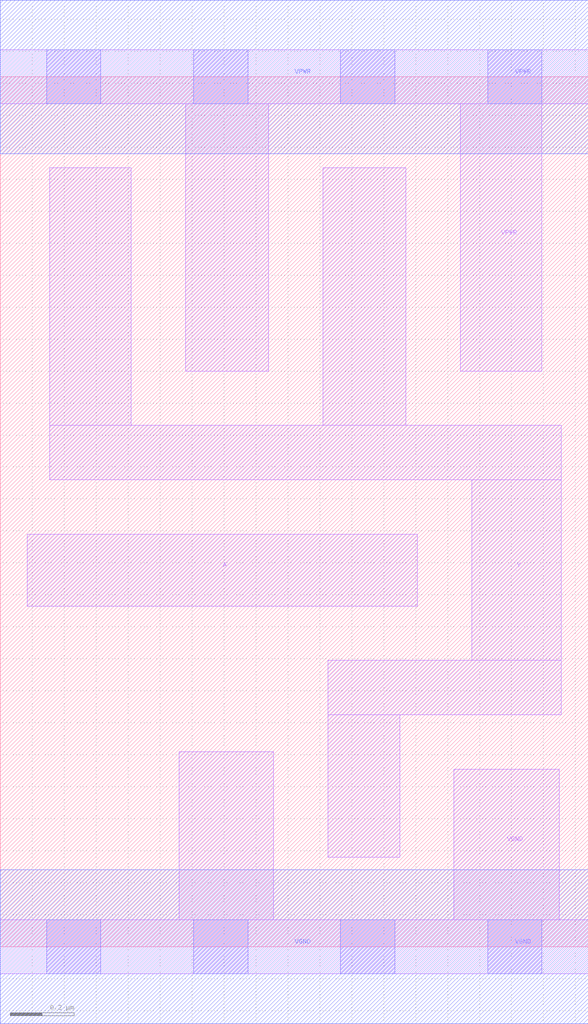
<source format=lef>
# Copyright 2020 The SkyWater PDK Authors
#
# Licensed under the Apache License, Version 2.0 (the "License");
# you may not use this file except in compliance with the License.
# You may obtain a copy of the License at
#
#     https://www.apache.org/licenses/LICENSE-2.0
#
# Unless required by applicable law or agreed to in writing, software
# distributed under the License is distributed on an "AS IS" BASIS,
# WITHOUT WARRANTIES OR CONDITIONS OF ANY KIND, either express or implied.
# See the License for the specific language governing permissions and
# limitations under the License.
#
# SPDX-License-Identifier: Apache-2.0

VERSION 5.7 ;
  NAMESCASESENSITIVE ON ;
  NOWIREEXTENSIONATPIN ON ;
  DIVIDERCHAR "/" ;
  BUSBITCHARS "[]" ;
UNITS
  DATABASE MICRONS 200 ;
END UNITS
MACRO sky130_fd_sc_hd__clkinv_2
  CLASS CORE ;
  SOURCE USER ;
  FOREIGN sky130_fd_sc_hd__clkinv_2 ;
  ORIGIN  0.000000  0.000000 ;
  SIZE  1.840000 BY  2.720000 ;
  SYMMETRY X Y R90 ;
  SITE unithd ;
  PIN A
    ANTENNAGATEAREA  0.576000 ;
    DIRECTION INPUT ;
    USE SIGNAL ;
    PORT
      LAYER li1 ;
        RECT 0.085000 1.065000 1.305000 1.290000 ;
    END
  END A
  PIN Y
    ANTENNADIFFAREA  0.662600 ;
    DIRECTION OUTPUT ;
    USE SIGNAL ;
    PORT
      LAYER li1 ;
        RECT 0.155000 1.460000 1.755000 1.630000 ;
        RECT 0.155000 1.630000 0.410000 2.435000 ;
        RECT 1.010000 1.630000 1.270000 2.435000 ;
        RECT 1.025000 0.280000 1.250000 0.725000 ;
        RECT 1.025000 0.725000 1.755000 0.895000 ;
        RECT 1.475000 0.895000 1.755000 1.460000 ;
    END
  END Y
  PIN VGND
    DIRECTION INOUT ;
    SHAPE ABUTMENT ;
    USE GROUND ;
    PORT
      LAYER li1 ;
        RECT 0.000000 -0.085000 1.840000 0.085000 ;
        RECT 0.560000  0.085000 0.855000 0.610000 ;
        RECT 1.420000  0.085000 1.750000 0.555000 ;
      LAYER mcon ;
        RECT 0.145000 -0.085000 0.315000 0.085000 ;
        RECT 0.605000 -0.085000 0.775000 0.085000 ;
        RECT 1.065000 -0.085000 1.235000 0.085000 ;
        RECT 1.525000 -0.085000 1.695000 0.085000 ;
      LAYER met1 ;
        RECT 0.000000 -0.240000 1.840000 0.240000 ;
    END
  END VGND
  PIN VPWR
    DIRECTION INOUT ;
    SHAPE ABUTMENT ;
    USE POWER ;
    PORT
      LAYER li1 ;
        RECT 0.000000 2.635000 1.840000 2.805000 ;
        RECT 0.580000 1.800000 0.840000 2.635000 ;
        RECT 1.440000 1.800000 1.695000 2.635000 ;
      LAYER mcon ;
        RECT 0.145000 2.635000 0.315000 2.805000 ;
        RECT 0.605000 2.635000 0.775000 2.805000 ;
        RECT 1.065000 2.635000 1.235000 2.805000 ;
        RECT 1.525000 2.635000 1.695000 2.805000 ;
      LAYER met1 ;
        RECT 0.000000 2.480000 1.840000 2.960000 ;
    END
  END VPWR
END sky130_fd_sc_hd__clkinv_2

</source>
